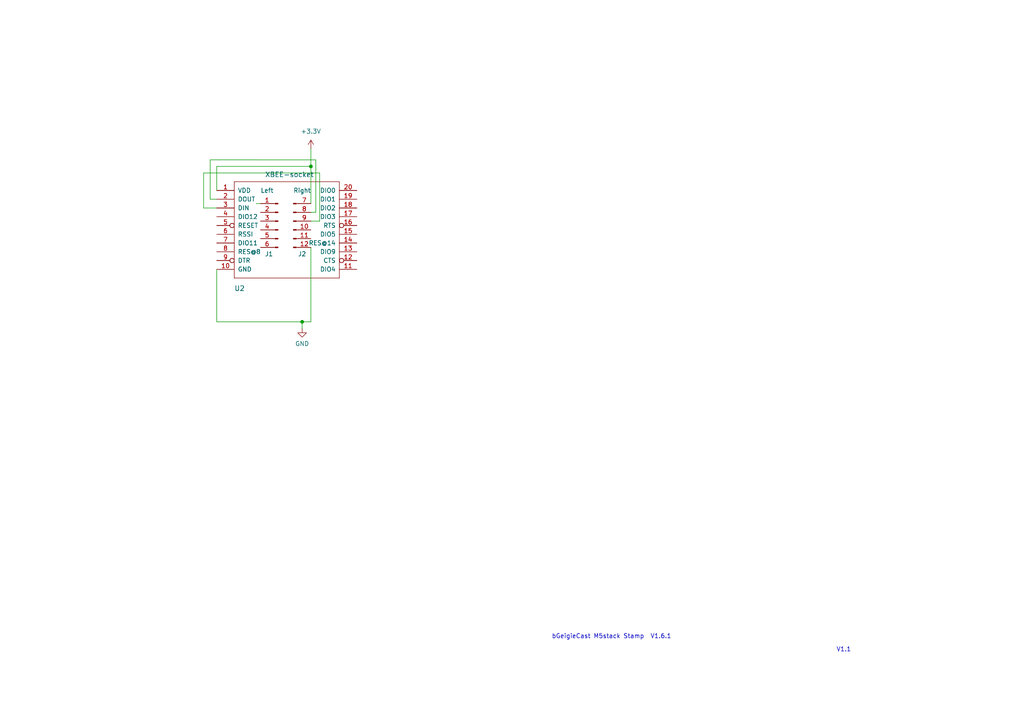
<source format=kicad_sch>
(kicad_sch (version 20230819) (generator eeschema)
  (paper "A4")
  (title_block (date "2023-08-16"))
  (lib_symbols
    (symbol "Conn_01x06_Pin_1" (pin_names (offset 1.016) hide)
      (property "Reference" "J2" (at 2.54 -9.525 0))
      (property "Value" "Right" (at 2.54 8.89 0))
      (symbol "Conn_01x06_Pin_1_1_1"
        (polyline (pts (xy 1.27 -7.62) (xy 0.8636 -7.62)) (stroke (width 0.1524)))
        (polyline (pts (xy 1.27 -5.08) (xy 0.8636 -5.08)) (stroke (width 0.1524)))
        (polyline (pts (xy 1.27 -2.54) (xy 0.8636 -2.54)) (stroke (width 0.1524)))
        (polyline (pts (xy 1.27 0) (xy 0.8636 0)) (stroke (width 0.1524)))
        (polyline (pts (xy 1.27 2.54) (xy 0.8636 2.54)) (stroke (width 0.1524)))
        (polyline (pts (xy 1.27 5.08) (xy 0.8636 5.08)) (stroke (width 0.1524)))
        (rectangle (start 0.8636 -7.493) (end 0 -7.747) (stroke (width 0.1524)) (fill (type outline)))
        (rectangle (start 0.8636 -4.953) (end 0 -5.207) (stroke (width 0.1524)) (fill (type outline)))
        (rectangle (start 0.8636 -2.413) (end 0 -2.667) (stroke (width 0.1524)) (fill (type outline)))
        (rectangle (start 0.8636 0.127) (end 0 -0.127) (stroke (width 0.1524)) (fill (type outline)))
        (rectangle (start 0.8636 2.667) (end 0 2.413) (stroke (width 0.1524)) (fill (type outline)))
        (rectangle (start 0.8636 5.207) (end 0 4.953) (stroke (width 0.1524)) (fill (type outline)))
        (pin passive line (at 5.08 -2.54 180) (length 3.81) (name "Pin_10") (number "10"))
        (pin passive line (at 5.08 -5.08 180) (length 3.81) (name "Pin_11") (number "11"))
        (pin passive line (at 5.08 -7.62 180) (length 3.81) (name "Pin_12") (number "12"))
        (pin passive line (at 5.08 5.08 180) (length 3.81) (name "Pin_7") (number "7"))
        (pin passive line (at 5.08 2.54 180) (length 3.81) (name "Pin_8") (number "8"))
        (pin passive line (at 5.08 0 180) (length 3.81) (name "Pin_9") (number "9"))
      )
    )
    (symbol "Connector:Conn_01x06_Pin" (pin_names (offset 1.016) hide)
      (property "Reference" "J1" (at 3.81 6.985 0))
      (property "Value" "Left" (at 5.08 -11.43 0))
      (symbol "Conn_01x06_Pin_1_1"
        (polyline (pts (xy 1.27 -7.62) (xy 0.8636 -7.62)) (stroke (width 0.1524)))
        (polyline (pts (xy 1.27 -5.08) (xy 0.8636 -5.08)) (stroke (width 0.1524)))
        (polyline (pts (xy 1.27 -2.54) (xy 0.8636 -2.54)) (stroke (width 0.1524)))
        (polyline (pts (xy 1.27 0) (xy 0.8636 0)) (stroke (width 0.1524)))
        (polyline (pts (xy 1.27 2.54) (xy 0.8636 2.54)) (stroke (width 0.1524)))
        (polyline (pts (xy 1.27 5.08) (xy 0.8636 5.08)) (stroke (width 0.1524)))
        (rectangle (start 0.8636 -7.493) (end 0 -7.747) (stroke (width 0.1524)) (fill (type outline)))
        (rectangle (start 0.8636 -4.953) (end 0 -5.207) (stroke (width 0.1524)) (fill (type outline)))
        (rectangle (start 0.8636 -2.413) (end 0 -2.667) (stroke (width 0.1524)) (fill (type outline)))
        (rectangle (start 0.8636 0.127) (end 0 -0.127) (stroke (width 0.1524)) (fill (type outline)))
        (rectangle (start 0.8636 2.667) (end 0 2.413) (stroke (width 0.1524)) (fill (type outline)))
        (rectangle (start 0.8636 5.207) (end 0 4.953) (stroke (width 0.1524)) (fill (type outline)))
        (pin passive line (at 5.08 -7.62 180) (length 3.81) (name "Pin_6") (number "1"))
        (pin passive line (at 5.08 -5.08 180) (length 3.81) (name "Pin_5") (number "2"))
        (pin passive line (at 5.08 -2.54 180) (length 3.81) (name "Pin_4") (number "3"))
        (pin passive line (at 5.08 0 180) (length 3.81) (name "Pin_3") (number "4"))
        (pin passive line (at 5.08 2.54 180) (length 3.81) (name "Pin_2") (number "5"))
        (pin passive line (at 5.08 5.08 180) (length 3.81) (name "Pin_1") (number "6"))
      )
    )
    (symbol "power:+3.3V" (power) (pin_names (offset 0))
      (property "Value" "+3.3V" (at 0 3.556 0))
      (symbol "+3.3V_0_1"
        (polyline (pts (xy -0.762 1.27) (xy 0 2.54)))
        (polyline (pts (xy 0 0) (xy 0 2.54)))
        (polyline (pts (xy 0 2.54) (xy 0.762 1.27)))
      )
      (symbol "+3.3V_1_1"
        (pin power_in line (at 0 0 90) (length 0) hide (name "+3.3V") (number "1"))
      )
    )
    (symbol "power:GND" (power) (pin_names (offset 0))
      (property "Value" "GND" (at 0 -3.81 0))
      (symbol "GND_0_1"
        (polyline (pts (xy 0 0) (xy 0 -1.27) (xy 1.27 -1.27) (xy 0 -2.54) (xy -1.27 -1.27) (xy 0 -1.27)))
      )
      (symbol "GND_1_1"
        (pin power_in line (at 0 0 270) (length 0) hide (name "GND") (number "1"))
      )
    )
    (symbol "xbee-eagle-import:XBEE-1B2" (pin_names (offset 1.016))
      (property "Value" "XBEE-1B2" (at -15.24 -17.78 0))
      (symbol "XBEE-1B2_1_0"
        (polyline (pts (xy -15.24 -15.24) (xy -15.24 12.7)))
        (polyline (pts (xy -15.24 12.7) (xy 15.24 12.7)))
        (polyline (pts (xy 15.24 -15.24) (xy -15.24 -15.24)))
        (polyline (pts (xy 15.24 12.7) (xy 15.24 -15.24)))
        (pin power_in line (at -20.32 10.16 0) (length 5.08) (name "VDD") (number "1"))
        (pin power_in line (at -20.32 -12.7 0) (length 5.08) (name "GND") (number "10"))
        (pin bidirectional line (at 20.32 -12.7 180) (length 5.08) (name "DIO4") (number "11"))
        (pin output inverted (at 20.32 -10.16 180) (length 5.08) (name "CTS") (number "12"))
        (pin bidirectional line (at 20.32 -7.62 180) (length 5.08) (name "DIO9") (number "13"))
        (pin bidirectional line (at 20.32 -5.08 180) (length 5.08) (name "RES@14") (number "14"))
        (pin bidirectional line (at 20.32 -2.54 180) (length 5.08) (name "DIO5") (number "15"))
        (pin input inverted (at 20.32 0 180) (length 5.08) (name "RTS") (number "16"))
        (pin bidirectional line (at 20.32 2.54 180) (length 5.08) (name "DIO3") (number "17"))
        (pin bidirectional line (at 20.32 5.08 180) (length 5.08) (name "DIO2") (number "18"))
        (pin bidirectional line (at 20.32 7.62 180) (length 5.08) (name "DIO1") (number "19"))
        (pin output line (at -20.32 7.62 0) (length 5.08) (name "DOUT") (number "2"))
        (pin bidirectional line (at 20.32 10.16 180) (length 5.08) (name "DIO0") (number "20"))
        (pin input line (at -20.32 5.08 0) (length 5.08) (name "DIN") (number "3"))
        (pin bidirectional line (at -20.32 2.54 0) (length 5.08) (name "DIO12") (number "4"))
        (pin input inverted (at -20.32 0 0) (length 5.08) (name "RESET") (number "5"))
        (pin bidirectional line (at -20.32 -2.54 0) (length 5.08) (name "RSSI") (number "6"))
        (pin bidirectional line (at -20.32 -5.08 0) (length 5.08) (name "DIO11") (number "7"))
        (pin bidirectional line (at -20.32 -7.62 0) (length 5.08) (name "RES@8") (number "8"))
        (pin bidirectional inverted (at -20.32 -10.16 0) (length 5.08) (name "DTR") (number "9"))
      )
    )
  )
  (junction (at 87.63 93.345))
  (junction (at 90.17 48.26))
  (wire (pts (xy 62.865 57.785) (xy 60.96 57.785)))
  (wire (pts (xy 62.865 60.325) (xy 59.055 60.325)))
  (wire (pts (xy 59.055 50.165) (xy 92.71 50.165)))
  (wire (pts (xy 90.17 43.18) (xy 90.17 48.26)))
  (wire (pts (xy 91.5976 46.3657) (xy 74.2786 46.3657)))
  (wire (pts (xy 60.96 46.355) (xy 74.2786 46.355)))
  (wire (pts (xy 87.63 93.345) (xy 87.63 95.25)))
  (wire (pts (xy 92.71 64.135) (xy 90.17 64.135)))
  (wire (pts (xy 74.2786 46.3657) (xy 74.2786 46.355)))
  (wire (pts (xy 87.63 93.345) (xy 90.17 93.345)))
  (wire (pts (xy 74.295 59.055) (xy 75.565 59.055)))
  (wire (pts (xy 90.17 61.5736) (xy 90.17 61.595)))
  (wire (pts (xy 90.17 48.26) (xy 90.17 59.055)))
  (wire (pts (xy 87.63 93.345) (xy 62.865 93.345)))
  (wire (pts (xy 90.17 61.5736) (xy 91.5976 61.5736)))
  (wire (pts (xy 91.5976 61.5736) (xy 91.5976 46.3657)))
  (wire (pts (xy 60.96 57.785) (xy 60.96 46.355)))
  (wire (pts (xy 59.055 60.325) (xy 59.055 50.165)))
  (wire (pts (xy 62.865 55.245) (xy 62.865 48.26)))
  (wire (pts (xy 62.865 48.26) (xy 90.17 48.26)))
  (wire (pts (xy 62.865 78.105) (xy 62.865 93.345)))
  (wire (pts (xy 92.71 50.165) (xy 92.71 64.135)))
  (wire (pts (xy 90.17 71.755) (xy 90.17 93.345)))
  (text "V1.1" (at 242.57 189.23 0) (effects (font (size 1.27 1.27)) (justify left bottom)))
  (text "bGeigieCast M5stack Stamp  V1.6.1\n" (at 160.02 185.42 0) (effects (font (size 1.27 1.27)) (justify left bottom)))
  (symbol (lib_id "xbee-eagle-import:XBEE-1B2") (at 83.185 65.405 0) (unit 1)
    (property "Reference" "U2" (at 67.945 84.455 0) (effects (font (size 1.4224 1.4224)) (justify left bottom)))
    (property "Value" "XBEE-socket" (at 76.835 51.435 0) (effects (font (size 1.4224 1.4224)) (justify left bottom)))
    (property "Footprint" "digikey-footprints:XBEE-20_THT" (effects hide))
  )
  (symbol (lib_name "Conn_01x06_Pin_1") (lib_id "Connector:Conn_01x06_Pin") (at 85.09 64.135 0) (unit 1)
    (property "Reference" "J2" (at 87.63 73.66 0))
    (property "Value" "Right" (at 87.63 55.245 0))
    (property "Footprint" "Connector_PinHeader_2.54mm:PinHeader_1x06_P2.54mm_Vertical" (effects hide))
    (property "Description" "Generic connector, single row, 01x06, script generated" (effects hide))
  )
  (symbol (lib_id "power:GND") (at 87.63 95.25 0) (unit 1)
    (property "Reference" "#PWR01" (effects hide))
    (property "Value" "GND" (at 87.63 99.695 0))
    (property "Description" "Power symbol creates a global label with name \"GND\" , ground" (effects hide))
  )
  (symbol (lib_id "Connector:Conn_01x06_Pin") (at 80.645 66.675 180) (unit 1)
    (property "Reference" "J1" (at 76.835 73.66 0) (effects (justify right)))
    (property "Value" "Left" (at 75.565 55.245 0) (effects (justify right)))
    (property "Footprint" "Connector_PinHeader_2.54mm:PinHeader_1x09_P2.54mm_Vertical" (effects hide))
    (property "Description" "Generic connector, single row, 01x06, script generated" (effects hide))
  )
  (symbol (lib_id "power:+3.3V") (at 90.17 43.18 0) (unit 1)
    (property "Reference" "#PWR02" (effects hide))
    (property "Value" "+3.3V" (at 90.17 38.1 0))
    (property "Description" "Power symbol creates a global label with name \"+3.3V\"" (effects hide))
  )
)
</source>
